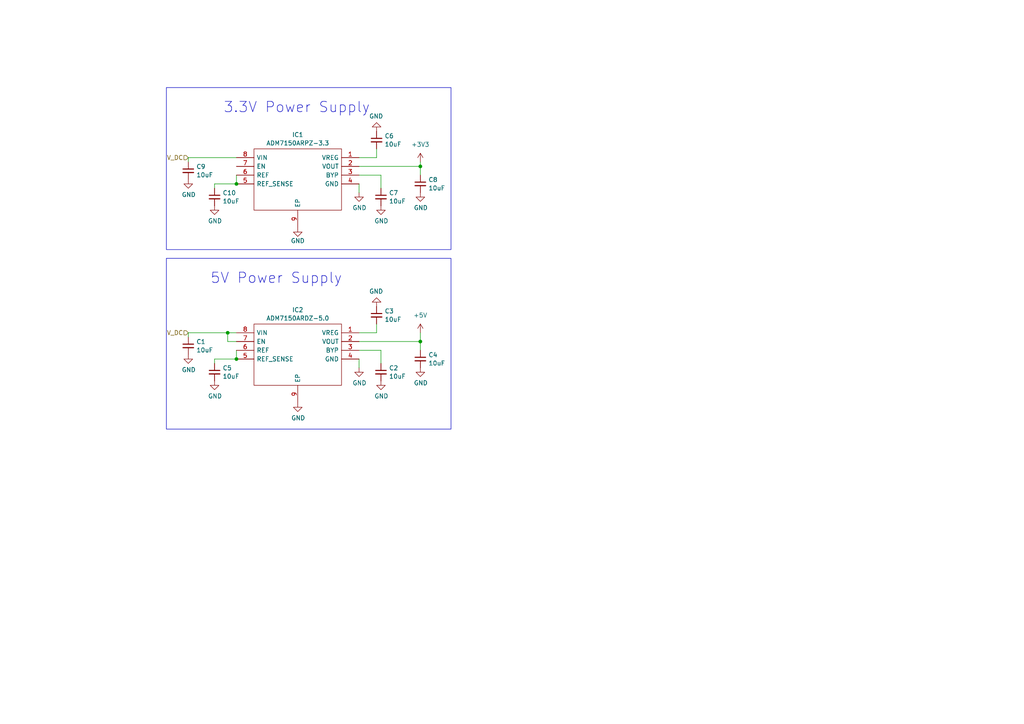
<source format=kicad_sch>
(kicad_sch (version 20230121) (generator eeschema)
  (paper "A4")
  (lib_symbols
    (symbol "Device:C_Small" (pin_numbers hide) (pin_names (offset 0.254) hide)
      (property "Reference" "C" (at 0.254 1.778 0))
      (property "Value" "C_Small" (at 0.254 -2.032 0))
      (symbol "C_Small_0_1"
        (polyline (pts (xy -1.524 -0.508) (xy 1.524 -0.508)) (stroke (width 0.3302)))
        (polyline (pts (xy -1.524 0.508) (xy 1.524 0.508)) (stroke (width 0.3048)))
      )
      (symbol "C_Small_1_1"
        (pin passive line (at 0 2.54 270) (length 2.032) (name "~") (number "1"))
        (pin passive line (at 0 -2.54 90) (length 2.032) (name "~") (number "2"))
      )
    )
    (symbol "SamacSys:ADM7150ACPZ-3.3-R7" (pin_names (offset 0.762))
      (property "Reference" "IC1" (at 17.78 6.6335 0))
      (property "Value" "ADM7150ACPZ-3.3-R7" (at 17.78 4.2093 0))
      (symbol "ADM7150ACPZ-3.3-R7_0_0"
        (pin passive line (at 0 0 0) (length 5.08) (name "VREG") (number "1"))
        (pin passive line (at 0 -5.08 0) (length 5.08) (name "BYP") (number "3"))
        (pin passive line (at 0 -7.62 0) (length 5.08) (name "GND") (number "4"))
        (pin passive line (at 35.56 -7.62 180) (length 5.08) (name "REF_SENSE") (number "5"))
        (pin passive line (at 35.56 -5.08 180) (length 5.08) (name "REF") (number "6"))
        (pin passive line (at 35.56 -2.54 180) (length 5.08) (name "EN") (number "7"))
        (pin passive line (at 35.56 0 180) (length 5.08) (name "VIN") (number "8"))
        (pin passive line (at 17.78 -20.32 90) (length 5.08) (name "EP") (number "9"))
      )
      (symbol "ADM7150ACPZ-3.3-R7_0_1"
        (polyline (pts (xy 5.08 2.54) (xy 30.48 2.54) (xy 30.48 -15.24) (xy 5.08 -15.24) (xy 5.08 2.54)) (stroke (width 0.1524)))
      )
      (symbol "ADM7150ACPZ-3.3-R7_1_0"
        (pin power_out line (at 0 -2.54 0) (length 5.08) (name "VOUT") (number "2"))
      )
    )
    (symbol "SamacSys:ADM7150ARDZ-5.0" (pin_names (offset 0.762))
      (property "Reference" "IC2" (at 17.78 6.6335 0))
      (property "Value" "ADM7150ARDZ-5.0" (at 17.78 4.2093 0))
      (symbol "ADM7150ARDZ-5.0_0_0"
        (pin passive line (at 0 0 0) (length 5.08) (name "VREG") (number "1"))
        (pin passive line (at 0 -5.08 0) (length 5.08) (name "BYP") (number "3"))
        (pin passive line (at 0 -7.62 0) (length 5.08) (name "GND") (number "4"))
        (pin passive line (at 35.56 -7.62 180) (length 5.08) (name "REF_SENSE") (number "5"))
        (pin passive line (at 35.56 -5.08 180) (length 5.08) (name "REF") (number "6"))
        (pin passive line (at 35.56 -2.54 180) (length 5.08) (name "EN") (number "7"))
        (pin passive line (at 35.56 0 180) (length 5.08) (name "VIN") (number "8"))
        (pin passive line (at 17.78 -20.32 90) (length 5.08) (name "EP") (number "9"))
      )
      (symbol "ADM7150ARDZ-5.0_0_1"
        (polyline (pts (xy 5.08 2.54) (xy 30.48 2.54) (xy 30.48 -15.24) (xy 5.08 -15.24) (xy 5.08 2.54)) (stroke (width 0.1524)))
      )
      (symbol "ADM7150ARDZ-5.0_1_0"
        (pin power_out line (at 0 -2.54 0) (length 5.08) (name "VOUT") (number "2"))
      )
    )
    (symbol "power:+3V3" (power) (pin_names (offset 0))
      (property "Value" "+3V3" (at 0 3.556 0))
      (symbol "+3V3_0_1"
        (polyline (pts (xy -0.762 1.27) (xy 0 2.54)))
        (polyline (pts (xy 0 0) (xy 0 2.54)))
        (polyline (pts (xy 0 2.54) (xy 0.762 1.27)))
      )
      (symbol "+3V3_1_1"
        (pin power_in line (at 0 0 90) (length 0) hide (name "+3V3") (number "1"))
      )
    )
    (symbol "power:+5V" (power) (pin_names (offset 0))
      (property "Value" "+5V" (at 0 3.556 0))
      (symbol "+5V_0_1"
        (polyline (pts (xy -0.762 1.27) (xy 0 2.54)))
        (polyline (pts (xy 0 0) (xy 0 2.54)))
        (polyline (pts (xy 0 2.54) (xy 0.762 1.27)))
      )
      (symbol "+5V_1_1"
        (pin power_in line (at 0 0 90) (length 0) hide (name "+5V") (number "1"))
      )
    )
    (symbol "power:GND" (power) (pin_names (offset 0))
      (property "Value" "GND" (at 0 -3.81 0))
      (symbol "GND_0_1"
        (polyline (pts (xy 0 0) (xy 0 -1.27) (xy 1.27 -1.27) (xy 0 -2.54) (xy -1.27 -1.27) (xy 0 -1.27)))
      )
      (symbol "GND_1_1"
        (pin power_in line (at 0 0 270) (length 0) hide (name "GND") (number "1"))
      )
    )
  )
  (junction (at 68.58 104.14))
  (junction (at 121.92 48.26))
  (junction (at 68.58 53.34))
  (junction (at 121.92 99.06))
  (junction (at 66.04 96.52))
  (wire (pts (xy 110.49 50.8) (xy 110.49 54.61)))
  (wire (pts (xy 66.04 96.52) (xy 54.61 96.52)))
  (wire (pts (xy 54.61 96.52) (xy 54.61 97.79)))
  (wire (pts (xy 68.58 101.6) (xy 68.58 104.14)))
  (wire (pts (xy 68.58 99.06) (xy 66.04 99.06)))
  (wire (pts (xy 109.22 45.72) (xy 109.22 43.18)))
  (wire (pts (xy 68.58 96.52) (xy 66.04 96.52)))
  (wire (pts (xy 68.58 45.72) (xy 54.61 45.72)))
  (wire (pts (xy 121.92 46.99) (xy 121.92 48.26)))
  (wire (pts (xy 54.61 45.72) (xy 54.61 46.99)))
  (wire (pts (xy 104.14 48.26) (xy 121.92 48.26)))
  (wire (pts (xy 104.14 45.72) (xy 109.22 45.72)))
  (wire (pts (xy 104.14 96.52) (xy 109.22 96.52)))
  (wire (pts (xy 62.23 53.34) (xy 62.23 54.61)))
  (wire (pts (xy 104.14 101.6) (xy 110.49 101.6)))
  (wire (pts (xy 104.14 99.06) (xy 121.92 99.06)))
  (wire (pts (xy 110.49 101.6) (xy 110.49 105.41)))
  (wire (pts (xy 66.04 99.06) (xy 66.04 96.52)))
  (wire (pts (xy 68.58 50.8) (xy 68.58 53.34)))
  (wire (pts (xy 121.92 48.26) (xy 121.92 50.8)))
  (wire (pts (xy 104.14 55.88) (xy 104.14 53.34)))
  (wire (pts (xy 109.22 96.52) (xy 109.22 93.98)))
  (wire (pts (xy 121.92 96.52) (xy 121.92 99.06)))
  (wire (pts (xy 104.14 50.8) (xy 110.49 50.8)))
  (wire (pts (xy 104.14 106.68) (xy 104.14 104.14)))
  (wire (pts (xy 121.92 99.06) (xy 121.92 101.6)))
  (wire (pts (xy 62.23 104.14) (xy 62.23 105.41)))
  (wire (pts (xy 68.58 53.34) (xy 62.23 53.34)))
  (wire (pts (xy 68.58 104.14) (xy 62.23 104.14)))
  (rectangle (start 48.26 74.93) (end 130.81 124.46))
  (rectangle (start 48.26 25.4) (end 130.81 72.39))
  (text "3.3V Power Supply" (at 64.77 33.02 0) (effects (font (size 3 3)) (justify left bottom)))
  (text "5V Power Supply" (at 60.96 82.55 0) (effects (font (size 3 3)) (justify left bottom)))
  (hierarchical_label "V_DC" (shape input) (at 54.61 45.72 180))
  (hierarchical_label "V_DC" (shape input) (at 54.61 96.52 180))
  (symbol (lib_id "power:GND") (at 121.92 55.88 0) (unit 1)
    (property "Reference" "#PWR013" (effects hide))
    (property "Value" "GND" (at 122.047 60.2742 0))
  )
  (symbol (lib_id "power:GND") (at 104.14 55.88 0) (unit 1)
    (property "Reference" "#PWR02" (effects hide))
    (property "Value" "GND" (at 104.267 60.2742 0))
  )
  (symbol (lib_id "Device:C_Small") (at 54.61 49.53 0) (unit 1)
    (property "Reference" "C9" (at 56.9341 48.3242 0) (effects (justify left)))
    (property "Value" "10uF" (at 56.9341 50.7484 0) (effects (justify left)))
    (property "Footprint" "Capacitor_SMD:C_0603_1608Metric_Pad1.08x0.95mm_HandSolder" (effects hide))
  )
  (symbol (lib_id "power:GND") (at 86.36 116.84 0) (unit 1)
    (property "Reference" "#PWR03" (effects hide))
    (property "Value" "GND" (at 86.487 121.2342 0))
  )
  (symbol (lib_id "power:GND") (at 104.14 106.68 0) (unit 1)
    (property "Reference" "#PWR01" (effects hide))
    (property "Value" "GND" (at 104.267 111.0742 0))
  )
  (symbol (lib_id "Device:C_Small") (at 110.49 57.15 0) (unit 1)
    (property "Reference" "C7" (at 112.8141 55.9442 0) (effects (justify left)))
    (property "Value" "10uF" (at 112.8141 58.3684 0) (effects (justify left)))
    (property "Footprint" "Capacitor_SMD:C_0603_1608Metric_Pad1.08x0.95mm_HandSolder" (effects hide))
  )
  (symbol (lib_id "power:GND") (at 121.92 106.68 0) (unit 1)
    (property "Reference" "#PWR06" (effects hide))
    (property "Value" "GND" (at 122.047 111.0742 0))
  )
  (symbol (lib_id "Device:C_Small") (at 109.22 91.44 0) (unit 1)
    (property "Reference" "C3" (at 111.5441 90.2342 0) (effects (justify left)))
    (property "Value" "10uF" (at 111.5441 92.6584 0) (effects (justify left)))
    (property "Footprint" "Capacitor_SMD:C_0603_1608Metric_Pad1.08x0.95mm_HandSolder" (effects hide))
  )
  (symbol (lib_id "power:GND") (at 54.61 102.87 0) (unit 1)
    (property "Reference" "#PWR08" (effects hide))
    (property "Value" "GND" (at 54.737 107.2642 0))
  )
  (symbol (lib_id "SamacSys:ADM7150ARDZ-5.0") (at 104.14 96.52 0) (mirror y) (unit 1)
    (property "Reference" "IC2" (at 86.36 89.8865 0))
    (property "Value" "ADM7150ARDZ-5.0" (at 86.36 92.3107 0))
    (property "Footprint" "Package_SO:SOIC-8-1EP_3.9x4.9mm_P1.27mm_EP2.41x3.3mm_ThermalVias" (effects hide))
    (property "Datasheet" "http://www.farnell.com/datasheets/2252893.pdf" (effects hide))
    (property "Description" "RF Linear Regulator 5V 800mA SOIC8EP Analog Devices ADM7150 ADM7150ARDZ-5.0, Single Linear Voltage Regulator, 800mA 5 V, +/-1%, 8-Pin SOIC" (effects hide))
    (property "Height" "1.75" (effects hide))
    (property "Manufacturer_Name" "Analog Devices" (effects hide))
    (property "Manufacturer_Part_Number" "ADM7150ARDZ-5.0" (effects hide))
    (property "Mouser Part Number" "584-ADM7150ARDZ-5.0" (effects hide))
    (property "Mouser Price/Stock" "https://www.mouser.co.uk/ProductDetail/Analog-Devices/ADM7150ARDZ-50?qs=J50fqX%2Fl9irwq1mMDkiaAg%3D%3D" (effects hide))
    (property "Arrow Part Number" "ADM7150ARDZ-5.0" (effects hide))
    (property "Arrow Price/Stock" "https://www.arrow.com/en/products/adm7150ardz-5.0/analog-devices?region=europe" (effects hide))
  )
  (symbol (lib_id "power:+3V3") (at 121.92 46.99 0) (unit 1)
    (property "Reference" "#PWR027" (effects hide))
    (property "Value" "+3V3" (at 121.92 41.91 0))
  )
  (symbol (lib_id "Device:C_Small") (at 110.49 107.95 0) (unit 1)
    (property "Reference" "C2" (at 112.8141 106.7442 0) (effects (justify left)))
    (property "Value" "10uF" (at 112.8141 109.1684 0) (effects (justify left)))
    (property "Footprint" "Capacitor_SMD:C_0603_1608Metric_Pad1.08x0.95mm_HandSolder" (effects hide))
  )
  (symbol (lib_id "Device:C_Small") (at 62.23 57.15 0) (unit 1)
    (property "Reference" "C10" (at 64.5541 55.9442 0) (effects (justify left)))
    (property "Value" "10uF" (at 64.5541 58.3684 0) (effects (justify left)))
    (property "Footprint" "Capacitor_SMD:C_0603_1608Metric_Pad1.08x0.95mm_HandSolder" (effects hide))
  )
  (symbol (lib_id "Device:C_Small") (at 121.92 104.14 0) (unit 1)
    (property "Reference" "C4" (at 124.2441 102.9342 0) (effects (justify left)))
    (property "Value" "10uF" (at 124.2441 105.3584 0) (effects (justify left)))
    (property "Footprint" "Capacitor_SMD:C_0603_1608Metric_Pad1.08x0.95mm_HandSolder" (effects hide))
  )
  (symbol (lib_id "SamacSys:ADM7150ACPZ-3.3-R7") (at 104.14 45.72 0) (mirror y) (unit 1)
    (property "Reference" "IC1" (at 86.36 39.0865 0))
    (property "Value" "ADM7150ARPZ-3.3" (at 86.36 41.5107 0))
    (property "Footprint" "Package_SO:SOIC-8-1EP_3.9x4.9mm_P1.27mm_EP2.41x3.3mm_ThermalVias" (effects hide))
    (property "Datasheet" "http://www.analog.com/media/en/technical-documentation/data-sheets/ADM7150.pdf" (effects hide))
    (property "Description" "LDO Voltage Regulators 800mA ULN LDO 3.3Vo" (effects hide))
    (property "Height" "0.85" (effects hide))
    (property "Manufacturer_Name" "Analog Devices" (effects hide))
    (property "Manufacturer_Part_Number" "ADM7150ACPZ-3.3-R7" (effects hide))
    (property "Mouser Part Number" "584-ADM7150ACPZ3.3R7" (effects hide))
    (property "Mouser Price/Stock" "https://www.mouser.co.uk/ProductDetail/Analog-Devices/ADM7150ACPZ-3.3-R7?qs=J50fqX%2Fl9iolnymw41jRZg%3D%3D" (effects hide))
    (property "Arrow Part Number" "ADM7150ACPZ-3.3-R7" (effects hide))
    (property "Arrow Price/Stock" "https://www.arrow.com/en/products/adm7150acpz-3.3-r7/analog-devices?region=nac" (effects hide))
  )
  (symbol (lib_id "power:GND") (at 110.49 110.49 0) (unit 1)
    (property "Reference" "#PWR05" (effects hide))
    (property "Value" "GND" (at 110.617 114.8842 0))
  )
  (symbol (lib_id "Device:C_Small") (at 109.22 40.64 0) (unit 1)
    (property "Reference" "C6" (at 111.5441 39.4342 0) (effects (justify left)))
    (property "Value" "10uF" (at 111.5441 41.8584 0) (effects (justify left)))
    (property "Footprint" "Capacitor_SMD:C_0603_1608Metric_Pad1.08x0.95mm_HandSolder" (effects hide))
  )
  (symbol (lib_id "power:GND") (at 86.36 66.04 0) (unit 1)
    (property "Reference" "#PWR04" (effects hide))
    (property "Value" "GND" (at 86.36 69.85 0))
  )
  (symbol (lib_id "power:GND") (at 109.22 38.1 180) (unit 1)
    (property "Reference" "#PWR019" (effects hide))
    (property "Value" "GND" (at 109.093 33.7058 0))
  )
  (symbol (lib_id "Device:C_Small") (at 121.92 53.34 0) (unit 1)
    (property "Reference" "C8" (at 124.2441 52.1342 0) (effects (justify left)))
    (property "Value" "10uF" (at 124.2441 54.5584 0) (effects (justify left)))
    (property "Footprint" "Capacitor_SMD:C_0603_1608Metric_Pad1.08x0.95mm_HandSolder" (effects hide))
  )
  (symbol (lib_id "Device:C_Small") (at 62.23 107.95 0) (unit 1)
    (property "Reference" "C5" (at 64.5541 106.7442 0) (effects (justify left)))
    (property "Value" "10uF" (at 64.5541 109.1684 0) (effects (justify left)))
    (property "Footprint" "Capacitor_SMD:C_0603_1608Metric_Pad1.08x0.95mm_HandSolder" (effects hide))
  )
  (symbol (lib_id "power:+5V") (at 121.92 96.52 0) (unit 1)
    (property "Reference" "#PWR039" (effects hide))
    (property "Value" "+5V" (at 121.92 91.44 0))
  )
  (symbol (lib_id "power:GND") (at 62.23 59.69 0) (unit 1)
    (property "Reference" "#PWR014" (effects hide))
    (property "Value" "GND" (at 62.357 64.0842 0))
  )
  (symbol (lib_id "power:GND") (at 62.23 110.49 0) (unit 1)
    (property "Reference" "#PWR07" (effects hide))
    (property "Value" "GND" (at 62.357 114.8842 0))
  )
  (symbol (lib_id "power:GND") (at 110.49 59.69 0) (unit 1)
    (property "Reference" "#PWR011" (effects hide))
    (property "Value" "GND" (at 110.617 64.0842 0))
  )
  (symbol (lib_id "power:GND") (at 109.22 88.9 180) (unit 1)
    (property "Reference" "#PWR018" (effects hide))
    (property "Value" "GND" (at 109.093 84.5058 0))
  )
  (symbol (lib_id "Device:C_Small") (at 54.61 100.33 0) (unit 1)
    (property "Reference" "C1" (at 56.9341 99.1242 0) (effects (justify left)))
    (property "Value" "10uF" (at 56.9341 101.5484 0) (effects (justify left)))
    (property "Footprint" "Capacitor_SMD:C_0603_1608Metric_Pad1.08x0.95mm_HandSolder" (effects hide))
  )
  (symbol (lib_id "power:GND") (at 54.61 52.07 0) (unit 1)
    (property "Reference" "#PWR012" (effects hide))
    (property "Value" "GND" (at 54.737 56.4642 0))
  )
)
</source>
